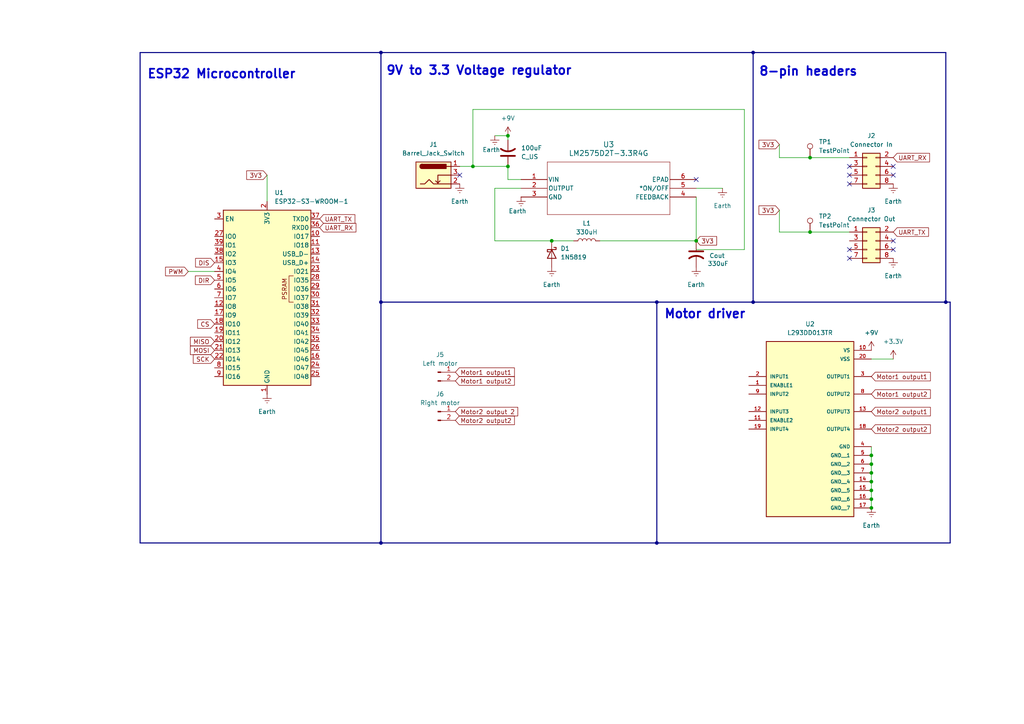
<source format=kicad_sch>
(kicad_sch (version 20250114) (generator "eeschema") (generator_version "9.0")
  (paper "A4")
  (lib_symbols
    (symbol "Connector:Barrel_Jack_Switch" (pin_names (hide yes))
      (property "Reference" "J" (at 0 5.334 0))
      (property "Value" "Barrel_Jack_Switch" (at 0 -5.08 0))
      (symbol "Barrel_Jack_Switch_0_1"
        (rectangle (start -5.08 3.81) (end 5.08 -3.81) (stroke (width 0.254)) (fill (type background)))
        (polyline (pts (xy -3.81 -2.54) (xy -2.54 -2.54) (xy -1.27 -1.27) (xy 0 -2.54) (xy 2.54 -2.54) (xy 5.08 -2.54)) (stroke (width 0.254)))
        (arc (start -3.302 1.905) (mid -3.9343 2.54) (end -3.302 3.175) (stroke (width 0.254)))
        (arc (start -3.302 1.905) (mid -3.9343 2.54) (end -3.302 3.175) (stroke (width 0.254)) (fill (type outline)))
        (polyline (pts (xy 1.27 -2.286) (xy 1.905 -1.651)) (stroke (width 0.254)))
        (rectangle (start 3.683 3.175) (end -3.302 1.905) (stroke (width 0.254)) (fill (type outline)))
        (polyline (pts (xy 5.08 2.54) (xy 3.81 2.54)) (stroke (width 0.254)))
        (polyline (pts (xy 5.08 0) (xy 1.27 0) (xy 1.27 -2.286) (xy 0.635 -1.651)) (stroke (width 0.254)))
      )
      (symbol "Barrel_Jack_Switch_1_1"
        (pin passive line (at 7.62 2.54 180) (length 2.54) (name "~") (number "1"))
        (pin passive line (at 7.62 0 180) (length 2.54) (name "~") (number "3"))
        (pin passive line (at 7.62 -2.54 180) (length 2.54) (name "~") (number "2"))
      )
    )
    (symbol "Connector:Conn_01x02_Pin" (pin_names (offset 1.016) (hide yes))
      (property "Reference" "J" (at 0 2.54 0))
      (property "Value" "Conn_01x02_Pin" (at 0 -5.08 0))
      (symbol "Conn_01x02_Pin_1_1"
        (rectangle (start 0.8636 0.127) (end 0 -0.127) (stroke (width 0.1524)) (fill (type outline)))
        (rectangle (start 0.8636 -2.413) (end 0 -2.667) (stroke (width 0.1524)) (fill (type outline)))
        (polyline (pts (xy 1.27 0) (xy 0.8636 0)) (stroke (width 0.1524)))
        (polyline (pts (xy 1.27 -2.54) (xy 0.8636 -2.54)) (stroke (width 0.1524)))
        (pin passive line (at 5.08 0 180) (length 3.81) (name "Pin_1") (number "1"))
        (pin passive line (at 5.08 -2.54 180) (length 3.81) (name "Pin_2") (number "2"))
      )
    )
    (symbol "Connector:TestPoint" (pin_numbers (hide yes)) (pin_names (offset 0.762) (hide yes))
      (property "Reference" "TP" (at 0 6.858 0))
      (property "Value" "TestPoint" (at 0 5.08 0))
      (symbol "TestPoint_0_1"
        (circle (center 0 3.302) (radius 0.762))
      )
      (symbol "TestPoint_1_1"
        (pin passive line (at 0 0 90) (length 2.54) (name "1") (number "1"))
      )
    )
    (symbol "Connector_Generic:Conn_02x04_Odd_Even" (pin_names (offset 1.016) (hide yes))
      (property "Reference" "J" (at 1.27 5.08 0))
      (property "Value" "Conn_02x04_Odd_Even" (at 1.27 -7.62 0))
      (symbol "Conn_02x04_Odd_Even_1_1"
        (rectangle (start -1.27 3.81) (end 3.81 -6.35) (stroke (width 0.254)) (fill (type background)))
        (rectangle (start -1.27 2.667) (end 0 2.413) (stroke (width 0.1524)))
        (rectangle (start -1.27 0.127) (end 0 -0.127) (stroke (width 0.1524)))
        (rectangle (start -1.27 -2.413) (end 0 -2.667) (stroke (width 0.1524)))
        (rectangle (start -1.27 -4.953) (end 0 -5.207) (stroke (width 0.1524)))
        (rectangle (start 3.81 2.667) (end 2.54 2.413) (stroke (width 0.1524)))
        (rectangle (start 3.81 0.127) (end 2.54 -0.127) (stroke (width 0.1524)))
        (rectangle (start 3.81 -2.413) (end 2.54 -2.667) (stroke (width 0.1524)))
        (rectangle (start 3.81 -4.953) (end 2.54 -5.207) (stroke (width 0.1524)))
        (pin passive line (at -5.08 2.54 0) (length 3.81) (name "Pin_1") (number "1"))
        (pin passive line (at -5.08 0 0) (length 3.81) (name "Pin_3") (number "3"))
        (pin passive line (at -5.08 -2.54 0) (length 3.81) (name "Pin_5") (number "5"))
        (pin passive line (at -5.08 -5.08 0) (length 3.81) (name "Pin_7") (number "7"))
        (pin passive line (at 7.62 2.54 180) (length 3.81) (name "Pin_2") (number "2"))
        (pin passive line (at 7.62 0 180) (length 3.81) (name "Pin_4") (number "4"))
        (pin passive line (at 7.62 -2.54 180) (length 3.81) (name "Pin_6") (number "6"))
        (pin passive line (at 7.62 -5.08 180) (length 3.81) (name "Pin_8") (number "8"))
      )
    )
    (symbol "Device:C_US" (pin_numbers (hide yes)) (pin_names (offset 0.254) (hide yes))
      (property "Reference" "C" (at 0.635 2.54 0))
      (property "Value" "C_US" (at 0.635 -2.54 0))
      (symbol "C_US_0_1"
        (polyline (pts (xy -2.032 0.762) (xy 2.032 0.762)) (stroke (width 0.508)))
        (arc (start -2.032 -1.27) (mid 0 -0.5572) (end 2.032 -1.27) (stroke (width 0.508)))
      )
      (symbol "C_US_1_1"
        (pin passive line (at 0 3.81 270) (length 2.794) (name "~") (number "1"))
        (pin passive line (at 0 -3.81 90) (length 3.302) (name "~") (number "2"))
      )
    )
    (symbol "Device:L" (pin_numbers (hide yes)) (pin_names (offset 1.016) (hide yes))
      (property "Reference" "L" (at -1.27 0 90))
      (property "Value" "L" (at 1.905 0 90))
      (symbol "L_0_1"
        (arc (start 0 2.54) (mid 0.6323 1.905) (end 0 1.27))
        (arc (start 0 1.27) (mid 0.6323 0.635) (end 0 0))
        (arc (start 0 0) (mid 0.6323 -0.635) (end 0 -1.27))
        (arc (start 0 -1.27) (mid 0.6323 -1.905) (end 0 -2.54))
      )
      (symbol "L_1_1"
        (pin passive line (at 0 3.81 270) (length 1.27) (name "1") (number "1"))
        (pin passive line (at 0 -3.81 90) (length 1.27) (name "2") (number "2"))
      )
    )
    (symbol "Diode:1N5819" (pin_numbers (hide yes)) (pin_names (offset 1.016) (hide yes))
      (property "Reference" "D" (at 0 2.54 0))
      (property "Value" "1N5819" (at 0 -2.54 0))
      (symbol "1N5819_0_1"
        (polyline (pts (xy -1.905 0.635) (xy -1.905 1.27) (xy -1.27 1.27) (xy -1.27 -1.27) (xy -0.635 -1.27) (xy -0.635 -0.635)) (stroke (width 0.254)))
        (polyline (pts (xy 1.27 1.27) (xy 1.27 -1.27) (xy -1.27 0) (xy 1.27 1.27)) (stroke (width 0.254)))
        (polyline (pts (xy 1.27 0) (xy -1.27 0)))
      )
      (symbol "1N5819_1_1"
        (pin passive line (at -3.81 0 0) (length 2.54) (name "K") (number "1"))
        (pin passive line (at 3.81 0 180) (length 2.54) (name "A") (number "2"))
      )
    )
    (symbol "EGR314:L293DD013TR" (pin_names (offset 1.016))
      (property "Reference" "U" (at -12.7 16.24 0))
      (property "Value" "L293DD013TR" (at -12.7 -39.56 0))
      (symbol "L293DD013TR_0_0"
        (rectangle (start -12.7 -35.56) (end 12.7 15.24) (stroke (width 0.254)) (fill (type background)))
        (pin input line (at -17.78 5.08 0) (length 5.08) (name "INPUT1") (number "2"))
        (pin input line (at -17.78 2.54 0) (length 5.08) (name "ENABLE1") (number "1"))
        (pin input line (at -17.78 0 0) (length 5.08) (name "INPUT2") (number "9"))
        (pin input line (at -17.78 -5.08 0) (length 5.08) (name "INPUT3") (number "12"))
        (pin input line (at -17.78 -7.62 0) (length 5.08) (name "ENABLE2") (number "11"))
        (pin input line (at -17.78 -10.16 0) (length 5.08) (name "INPUT4") (number "19"))
        (pin power_in line (at 17.78 12.7 180) (length 5.08) (name "VS") (number "10"))
        (pin power_in line (at 17.78 10.16 180) (length 5.08) (name "VSS") (number "20"))
        (pin output line (at 17.78 5.08 180) (length 5.08) (name "OUTPUT1") (number "3"))
        (pin output line (at 17.78 0 180) (length 5.08) (name "OUTPUT2") (number "8"))
        (pin output line (at 17.78 -5.08 180) (length 5.08) (name "OUTPUT3") (number "13"))
        (pin output line (at 17.78 -10.16 180) (length 5.08) (name "OUTPUT4") (number "18"))
        (pin power_in line (at 17.78 -15.24 180) (length 5.08) (name "GND") (number "4"))
        (pin power_in line (at 17.78 -17.78 180) (length 5.08) (name "GND__1") (number "5"))
        (pin power_in line (at 17.78 -20.32 180) (length 5.08) (name "GND__2") (number "6"))
        (pin power_in line (at 17.78 -22.86 180) (length 5.08) (name "GND__3") (number "7"))
        (pin power_in line (at 17.78 -25.4 180) (length 5.08) (name "GND__4") (number "14"))
        (pin power_in line (at 17.78 -27.94 180) (length 5.08) (name "GND__5") (number "15"))
        (pin power_in line (at 17.78 -30.48 180) (length 5.08) (name "GND__6") (number "16"))
        (pin power_in line (at 17.78 -33.02 180) (length 5.08) (name "GND__7") (number "17"))
      )
    )
    (symbol "EGR314:LM2575D2T-3.3R4G" (pin_names (offset 0.254))
      (property "Reference" "U" (at 25.4 10.16 0))
      (property "Value" "LM2575D2T-3.3R4G" (at 25.4 7.62 0))
      (symbol "LM2575D2T-3.3R4G_0_1"
        (polyline (pts (xy 7.62 5.08) (xy 7.62 -10.16)) (stroke (width 0.127)))
        (polyline (pts (xy 7.62 -10.16) (xy 43.18 -10.16)) (stroke (width 0.127)))
        (polyline (pts (xy 43.18 5.08) (xy 7.62 5.08)) (stroke (width 0.127)))
        (polyline (pts (xy 43.18 -10.16) (xy 43.18 5.08)) (stroke (width 0.127)))
        (pin input line (at 0 0 0) (length 7.62) (name "VIN") (number "1"))
        (pin output line (at 0 -2.54 0) (length 7.62) (name "OUTPUT") (number "2"))
        (pin power_in line (at 0 -5.08 0) (length 7.62) (name "GND") (number "3"))
        (pin unspecified line (at 50.8 0 180) (length 7.62) (name "EPAD") (number "6"))
        (pin input line (at 50.8 -2.54 180) (length 7.62) (name "*ON/OFF") (number "5"))
        (pin output line (at 50.8 -5.08 180) (length 7.62) (name "FEEDBACK") (number "4"))
      )
    )
    (symbol "RF_Module:ESP32-S3-WROOM-1"
      (property "Reference" "U" (at -12.7 26.67 0))
      (property "Value" "ESP32-S3-WROOM-1" (at 12.7 26.67 0))
      (symbol "ESP32-S3-WROOM-1_0_0"
        (rectangle (start -12.7 25.4) (end 12.7 -25.4) (stroke (width 0.254)) (fill (type background)))
        (text "PSRAM" (at 5.08 2.54 900) (effects (font (size 1.27 1.27))))
      )
      (symbol "ESP32-S3-WROOM-1_0_1"
        (polyline (pts (xy 7.62 -1.27) (xy 6.35 -1.27) (xy 6.35 6.35) (xy 7.62 6.35)))
      )
      (symbol "ESP32-S3-WROOM-1_1_1"
        (pin input line (at -15.24 22.86 0) (length 2.54) (name "EN") (number "3"))
        (pin bidirectional line (at -15.24 17.78 0) (length 2.54) (name "IO0") (number "27"))
        (pin bidirectional line (at -15.24 15.24 0) (length 2.54) (name "IO1") (number "39"))
        (pin bidirectional line (at -15.24 12.7 0) (length 2.54) (name "IO2") (number "38"))
        (pin bidirectional line (at -15.24 10.16 0) (length 2.54) (name "IO3") (number "15"))
        (pin bidirectional line (at -15.24 7.62 0) (length 2.54) (name "IO4") (number "4"))
        (pin bidirectional line (at -15.24 5.08 0) (length 2.54) (name "IO5") (number "5"))
        (pin bidirectional line (at -15.24 2.54 0) (length 2.54) (name "IO6") (number "6"))
        (pin bidirectional line (at -15.24 0 0) (length 2.54) (name "IO7") (number "7"))
        (pin bidirectional line (at -15.24 -2.54 0) (length 2.54) (name "IO8") (number "12"))
        (pin bidirectional line (at -15.24 -5.08 0) (length 2.54) (name "IO9") (number "17"))
        (pin bidirectional line (at -15.24 -7.62 0) (length 2.54) (name "IO10") (number "18"))
        (pin bidirectional line (at -15.24 -10.16 0) (length 2.54) (name "IO11") (number "19"))
        (pin bidirectional line (at -15.24 -12.7 0) (length 2.54) (name "IO12") (number "20"))
        (pin bidirectional line (at -15.24 -15.24 0) (length 2.54) (name "IO13") (number "21"))
        (pin bidirectional line (at -15.24 -17.78 0) (length 2.54) (name "IO14") (number "22"))
        (pin bidirectional line (at -15.24 -20.32 0) (length 2.54) (name "IO15") (number "8"))
        (pin bidirectional line (at -15.24 -22.86 0) (length 2.54) (name "IO16") (number "9"))
        (pin power_in line (at 0 27.94 270) (length 2.54) (name "3V3") (number "2"))
        (pin power_in line (at 0 -27.94 90) (length 2.54) (name "GND") (number "1"))
        (pin passive line (at 0 -27.94 90) (length 2.54) (hide yes) (name "GND") (number "40"))
        (pin passive line (at 0 -27.94 90) (length 2.54) (hide yes) (name "GND") (number "41"))
        (pin bidirectional line (at 15.24 22.86 180) (length 2.54) (name "TXD0") (number "37"))
        (pin bidirectional line (at 15.24 20.32 180) (length 2.54) (name "RXD0") (number "36"))
        (pin bidirectional line (at 15.24 17.78 180) (length 2.54) (name "IO17") (number "10"))
        (pin bidirectional line (at 15.24 15.24 180) (length 2.54) (name "IO18") (number "11"))
        (pin bidirectional line (at 15.24 12.7 180) (length 2.54) (name "USB_D-") (number "13"))
        (pin bidirectional line (at 15.24 10.16 180) (length 2.54) (name "USB_D+") (number "14"))
        (pin bidirectional line (at 15.24 7.62 180) (length 2.54) (name "IO21") (number "23"))
        (pin bidirectional line (at 15.24 5.08 180) (length 2.54) (name "IO35") (number "28"))
        (pin bidirectional line (at 15.24 2.54 180) (length 2.54) (name "IO36") (number "29"))
        (pin bidirectional line (at 15.24 0 180) (length 2.54) (name "IO37") (number "30"))
        (pin bidirectional line (at 15.24 -2.54 180) (length 2.54) (name "IO38") (number "31"))
        (pin bidirectional line (at 15.24 -5.08 180) (length 2.54) (name "IO39") (number "32"))
        (pin bidirectional line (at 15.24 -7.62 180) (length 2.54) (name "IO40") (number "33"))
        (pin bidirectional line (at 15.24 -10.16 180) (length 2.54) (name "IO41") (number "34"))
        (pin bidirectional line (at 15.24 -12.7 180) (length 2.54) (name "IO42") (number "35"))
        (pin bidirectional line (at 15.24 -15.24 180) (length 2.54) (name "IO45") (number "26"))
        (pin bidirectional line (at 15.24 -17.78 180) (length 2.54) (name "IO46") (number "16"))
        (pin bidirectional line (at 15.24 -20.32 180) (length 2.54) (name "IO47") (number "24"))
        (pin bidirectional line (at 15.24 -22.86 180) (length 2.54) (name "IO48") (number "25"))
      )
    )
    (symbol "power:+3.3V" (power) (pin_numbers (hide yes)) (pin_names (offset 0) (hide yes))
      (property "Value" "+3.3V" (at 0 3.556 0))
      (symbol "+3.3V_0_1"
        (polyline (pts (xy -0.762 1.27) (xy 0 2.54)))
        (polyline (pts (xy 0 2.54) (xy 0.762 1.27)))
        (polyline (pts (xy 0 0) (xy 0 2.54)))
      )
      (symbol "+3.3V_1_1"
        (pin power_in line (at 0 0 90) (length 0) (name "~") (number "1"))
      )
    )
    (symbol "power:+9V" (power) (pin_numbers (hide yes)) (pin_names (offset 0) (hide yes))
      (property "Value" "+9V" (at 0 3.556 0))
      (symbol "+9V_0_1"
        (polyline (pts (xy -0.762 1.27) (xy 0 2.54)))
        (polyline (pts (xy 0 2.54) (xy 0.762 1.27)))
        (polyline (pts (xy 0 0) (xy 0 2.54)))
      )
      (symbol "+9V_1_1"
        (pin power_in line (at 0 0 90) (length 0) (name "~") (number "1"))
      )
    )
    (symbol "power:Earth" (power) (pin_numbers (hide yes)) (pin_names (offset 0) (hide yes))
      (property "Value" "Earth" (at 0 -3.81 0))
      (symbol "Earth_0_1"
        (polyline (pts (xy -0.635 -1.905) (xy 0.635 -1.905)))
        (polyline (pts (xy -0.127 -2.54) (xy 0.127 -2.54)))
        (polyline (pts (xy 0 -1.27) (xy 0 0)))
        (polyline (pts (xy 1.27 -1.27) (xy -1.27 -1.27)))
      )
      (symbol "Earth_1_1"
        (pin power_in line (at 0 0 270) (length 0) (name "~") (number "1"))
      )
    )
  )
  (text "ESP32 Microcontroller" (at 64.262 21.59 0) (effects (font (size 2.54 2.54) (thickness 0.508) (bold yes))))
  (text "Motor driver\n" (at 204.47 91.186 0) (effects (font (size 2.54 2.54) (thickness 0.508) (bold yes))))
  (text "8-pin headers" (at 234.442 20.828 0) (effects (font (size 2.54 2.54) (thickness 0.508) (bold yes))))
  (text "9V to 3.3 Voltage regulator" (at 138.938 20.574 0) (effects (font (size 2.54 2.54) (thickness 0.508) (bold yes))))
  (junction (at 110.49 157.48))
  (junction (at 110.49 15.24))
  (junction (at 252.73 137.16))
  (junction (at 252.73 142.24))
  (junction (at 190.5 157.48))
  (junction (at 252.73 134.62))
  (junction (at 252.73 144.78))
  (junction (at 160.02 69.85))
  (junction (at 147.32 48.26))
  (junction (at 252.73 139.7))
  (junction (at 137.16 48.26))
  (junction (at 201.93 69.85))
  (junction (at 190.5 87.63))
  (junction (at 274.32 87.63))
  (junction (at 252.73 132.08))
  (junction (at 234.95 45.72))
  (junction (at 110.49 87.63))
  (junction (at 252.73 147.32))
  (junction (at 218.44 15.24))
  (junction (at 234.95 67.31))
  (junction (at 147.32 39.37))
  (junction (at 218.44 87.63))
  (no_connect (at 259.08 69.85))
  (no_connect (at 259.08 50.8))
  (no_connect (at 259.08 48.26))
  (no_connect (at 246.38 72.39))
  (no_connect (at 201.93 52.07))
  (no_connect (at 246.38 48.26))
  (no_connect (at 133.35 50.8))
  (no_connect (at 246.38 74.93))
  (no_connect (at 259.08 72.39))
  (no_connect (at 246.38 53.34))
  (no_connect (at 246.38 50.8))
  (bus (pts (xy 218.44 15.24) (xy 218.44 87.63)))
  (bus (pts (xy 190.5 87.63) (xy 190.5 157.48)))
  (wire (pts (xy 160.02 69.85) (xy 166.37 69.85)))
  (wire (pts (xy 201.93 57.15) (xy 201.93 69.85)))
  (bus (pts (xy 218.44 15.24) (xy 274.32 15.24)))
  (wire (pts (xy 234.95 67.31) (xy 226.06 67.31)))
  (bus (pts (xy 110.49 157.48) (xy 40.64 157.48)))
  (bus (pts (xy 40.64 157.48) (xy 40.64 15.24)))
  (bus (pts (xy 274.32 87.63) (xy 275.59 87.63)))
  (wire (pts (xy 147.32 48.26) (xy 147.32 52.07)))
  (wire (pts (xy 77.47 50.8) (xy 77.47 58.42)))
  (wire (pts (xy 226.06 60.96) (xy 226.06 67.31)))
  (wire (pts (xy 252.73 142.24) (xy 252.73 144.78)))
  (bus (pts (xy 274.32 87.63) (xy 218.44 87.63)))
  (wire (pts (xy 201.93 54.61) (xy 209.55 54.61)))
  (wire (pts (xy 173.99 69.85) (xy 201.93 69.85)))
  (bus (pts (xy 190.5 157.48) (xy 110.49 157.48)))
  (wire (pts (xy 201.93 69.85) (xy 201.93 72.39)))
  (wire (pts (xy 137.16 48.26) (xy 147.32 48.26)))
  (wire (pts (xy 137.16 31.75) (xy 215.9 31.75)))
  (wire (pts (xy 215.9 31.75) (xy 215.9 72.39)))
  (wire (pts (xy 215.9 72.39) (xy 201.93 72.39)))
  (wire (pts (xy 137.16 31.75) (xy 137.16 48.26)))
  (wire (pts (xy 143.51 54.61) (xy 143.51 69.85)))
  (wire (pts (xy 252.73 129.54) (xy 252.73 132.08)))
  (wire (pts (xy 143.51 69.85) (xy 160.02 69.85)))
  (wire (pts (xy 143.51 39.37) (xy 147.32 39.37)))
  (wire (pts (xy 246.38 67.31) (xy 234.95 67.31)))
  (wire (pts (xy 252.73 144.78) (xy 252.73 147.32)))
  (wire (pts (xy 54.61 78.74) (xy 62.23 78.74)))
  (wire (pts (xy 252.73 132.08) (xy 252.73 134.62)))
  (wire (pts (xy 133.35 48.26) (xy 137.16 48.26)))
  (wire (pts (xy 147.32 39.37) (xy 147.32 40.64)))
  (bus (pts (xy 110.49 87.63) (xy 110.49 157.48)))
  (bus (pts (xy 40.64 15.24) (xy 110.49 15.24)))
  (bus (pts (xy 275.59 87.63) (xy 275.59 157.48)))
  (bus (pts (xy 218.44 87.63) (xy 190.5 87.63)))
  (wire (pts (xy 252.73 137.16) (xy 252.73 139.7)))
  (wire (pts (xy 234.95 45.72) (xy 246.38 45.72)))
  (wire (pts (xy 226.06 45.72) (xy 234.95 45.72)))
  (bus (pts (xy 274.32 15.24) (xy 274.32 87.63)))
  (bus (pts (xy 275.59 157.48) (xy 190.5 157.48)))
  (wire (pts (xy 151.13 54.61) (xy 143.51 54.61)))
  (wire (pts (xy 147.32 52.07) (xy 151.13 52.07)))
  (bus (pts (xy 110.49 15.24) (xy 218.44 15.24)))
  (bus (pts (xy 190.5 87.63) (xy 110.49 87.63)))
  (wire (pts (xy 252.73 134.62) (xy 252.73 137.16)))
  (bus (pts (xy 110.49 15.24) (xy 110.49 87.63)))
  (wire (pts (xy 252.73 104.14) (xy 259.08 104.14)))
  (wire (pts (xy 252.73 139.7) (xy 252.73 142.24)))
  (wire (pts (xy 226.06 41.91) (xy 226.06 45.72)))
  (global_label "3V3" (shape input) (at 201.93 69.85 0) (property "Intersheetrefs" "${INTERSHEET_REFS}" (effects (hide yes))))
  (global_label "UART_RX" (shape input) (at 92.71 66.04 0) (property "Intersheetrefs" "${INTERSHEET_REFS}" (effects (hide yes))))
  (global_label "UART_TX" (shape input) (at 92.71 63.5 0) (property "Intersheetrefs" "${INTERSHEET_REFS}" (effects (hide yes))))
  (global_label "MISO" (shape input) (at 62.23 99.06 180) (property "Intersheetrefs" "${INTERSHEET_REFS}" (effects (hide yes))))
  (global_label "Motor2 output 2" (shape input) (at 132.08 119.38 0) (property "Intersheetrefs" "${INTERSHEET_REFS}" (effects (hide yes))))
  (global_label "3V3" (shape input) (at 226.06 41.91 180) (property "Intersheetrefs" "${INTERSHEET_REFS}" (effects (hide yes))))
  (global_label "UART_TX" (shape input) (at 259.08 67.31 0) (property "Intersheetrefs" "${INTERSHEET_REFS}" (effects (hide yes))))
  (global_label "Motor1 output2" (shape input) (at 252.73 114.3 0) (property "Intersheetrefs" "${INTERSHEET_REFS}" (effects (hide yes))))
  (global_label "Motor2 output2" (shape input) (at 132.08 121.92 0) (property "Intersheetrefs" "${INTERSHEET_REFS}" (effects (hide yes))))
  (global_label "CS" (shape input) (at 62.23 93.98 180) (property "Intersheetrefs" "${INTERSHEET_REFS}" (effects (hide yes))))
  (global_label "Motor2 output1" (shape input) (at 252.73 119.38 0) (property "Intersheetrefs" "${INTERSHEET_REFS}" (effects (hide yes))))
  (global_label "3V3" (shape input) (at 77.47 50.8 180) (property "Intersheetrefs" "${INTERSHEET_REFS}" (effects (hide yes))))
  (global_label "DIR" (shape input) (at 62.23 81.28 180) (property "Intersheetrefs" "${INTERSHEET_REFS}" (effects (hide yes))))
  (global_label "Motor1 output1" (shape input) (at 132.08 107.95 0) (property "Intersheetrefs" "${INTERSHEET_REFS}" (effects (hide yes))))
  (global_label "Motor1 output2" (shape input) (at 132.08 110.49 0) (property "Intersheetrefs" "${INTERSHEET_REFS}" (effects (hide yes))))
  (global_label "SCK" (shape input) (at 62.23 104.14 180) (property "Intersheetrefs" "${INTERSHEET_REFS}" (effects (hide yes))))
  (global_label "DIS" (shape input) (at 62.23 76.2 180) (property "Intersheetrefs" "${INTERSHEET_REFS}" (effects (hide yes))))
  (global_label "Motor2 output2" (shape input) (at 252.73 124.46 0) (property "Intersheetrefs" "${INTERSHEET_REFS}" (effects (hide yes))))
  (global_label "MOSI" (shape input) (at 62.23 101.6 180) (property "Intersheetrefs" "${INTERSHEET_REFS}" (effects (hide yes))))
  (global_label "PWM" (shape input) (at 54.61 78.74 180) (property "Intersheetrefs" "${INTERSHEET_REFS}" (effects (hide yes))))
  (global_label "3V3" (shape input) (at 226.06 60.96 180) (property "Intersheetrefs" "${INTERSHEET_REFS}" (effects (hide yes))))
  (global_label "UART_RX" (shape input) (at 259.08 45.72 0) (property "Intersheetrefs" "${INTERSHEET_REFS}" (effects (hide yes))))
  (global_label "Motor1 output1" (shape input) (at 252.73 109.22 0) (property "Intersheetrefs" "${INTERSHEET_REFS}" (effects (hide yes))))
  (symbol (lib_id "power:Earth") (at 259.08 53.34 0) (unit 1)
    (property "Reference" "#PWR07" (effects (hide yes)))
    (property "Value" "Earth" (at 259.08 58.42 0))
    (property "Description" "Power symbol creates a global label with name \"Earth\"" (effects (hide yes)))
  )
  (symbol (lib_id "power:Earth") (at 201.93 77.47 0) (unit 1)
    (property "Reference" "#PWR05" (effects (hide yes)))
    (property "Value" "Earth" (at 201.93 82.55 0))
    (property "Description" "Power symbol creates a global label with name \"Earth\"" (effects (hide yes)))
  )
  (symbol (lib_id "Diode:1N5819") (at 160.02 73.66 270) (unit 1)
    (property "Reference" "D1" (at 162.56 72.0724 90) (effects (justify left)))
    (property "Value" "1N5819" (at 162.56 74.6124 90) (effects (justify left)))
    (property "Footprint" "Diode_THT:D_DO-41_SOD81_P10.16mm_Horizontal" (effects (hide yes)))
    (property "Datasheet" "http://www.vishay.com/docs/88525/1n5817.pdf" (effects (hide yes)))
    (property "Description" "40V 1A Schottky Barrier Rectifier Diode, DO-41" (effects (hide yes)))
  )
  (symbol (lib_id "power:+3.3V") (at 259.08 104.14 0) (unit 1)
    (property "Reference" "#PWR013" (effects (hide yes)))
    (property "Value" "+3.3V" (at 259.08 99.06 0))
    (property "Description" "Power symbol creates a global label with name \"+3.3V\"" (effects (hide yes)))
  )
  (symbol (lib_id "power:Earth") (at 252.73 147.32 0) (unit 1)
    (property "Reference" "#PWR011" (effects (hide yes)))
    (property "Value" "Earth" (at 252.73 152.4 0))
    (property "Description" "Power symbol creates a global label with name \"Earth\"" (effects (hide yes)))
  )
  (symbol (lib_id "Connector_Generic:Conn_02x04_Odd_Even") (at 251.46 69.85 0) (unit 1)
    (property "Reference" "J3" (at 252.73 60.96 0))
    (property "Value" "Connector Out" (at 252.73 63.5 0))
    (property "Description" "Generic connector, double row, 02x04, odd/even pin numbering scheme (row 1 odd numbers, row 2 even numbers), script generated (kicad-library-utils/schlib/autogen/connector/)" (effects (hide yes)))
  )
  (symbol (lib_id "power:Earth") (at 77.47 114.3 0) (unit 1)
    (property "Reference" "#PWR08" (effects (hide yes)))
    (property "Value" "Earth" (at 77.47 119.38 0))
    (property "Description" "Power symbol creates a global label with name \"Earth\"" (effects (hide yes)))
  )
  (symbol (lib_id "power:Earth") (at 209.55 54.61 0) (unit 1)
    (property "Reference" "#PWR03" (effects (hide yes)))
    (property "Value" "Earth" (at 209.55 59.69 0))
    (property "Description" "Power symbol creates a global label with name \"Earth\"" (effects (hide yes)))
  )
  (symbol (lib_id "Connector:TestPoint") (at 234.95 45.72 0) (unit 1)
    (property "Reference" "TP1" (at 237.49 41.1479 0) (effects (justify left)))
    (property "Value" "TestPoint" (at 237.49 43.6879 0) (effects (justify left)))
    (property "Description" "test point" (effects (hide yes)))
  )
  (symbol (lib_id "Device:C_US") (at 147.32 44.45 180) (unit 1)
    (property "Reference" "100uF" (at 151.13 42.9259 0) (effects (justify right)))
    (property "Value" "C_US" (at 151.13 45.4659 0) (effects (justify right)))
    (property "Description" "capacitor, US symbol" (effects (hide yes)))
  )
  (symbol (lib_id "power:Earth") (at 151.13 57.15 0) (unit 1)
    (property "Reference" "#PWR02" (effects (hide yes)))
    (property "Value" "Earth" (at 150.114 61.214 0))
    (property "Description" "Power symbol creates a global label with name \"Earth\"" (effects (hide yes)))
  )
  (symbol (lib_id "power:Earth") (at 133.35 53.34 0) (unit 1)
    (property "Reference" "#PWR09" (effects (hide yes)))
    (property "Value" "Earth" (at 133.35 58.42 0))
    (property "Description" "Power symbol creates a global label with name \"Earth\"" (effects (hide yes)))
  )
  (symbol (lib_id "Connector:Barrel_Jack_Switch") (at 125.73 50.8 0) (unit 1)
    (property "Reference" "J1" (at 125.73 41.91 0))
    (property "Value" "Barrel_Jack_Switch" (at 125.73 44.45 0))
    (property "Description" "DC Barrel Jack with an internal switch" (effects (hide yes)))
  )
  (symbol (lib_id "power:+9V") (at 147.32 39.37 0) (unit 1)
    (property "Reference" "#PWR010" (effects (hide yes)))
    (property "Value" "+9V" (at 147.32 34.29 0))
    (property "Description" "Power symbol creates a global label with name \"+9V\"" (effects (hide yes)))
  )
  (symbol (lib_id "Device:L") (at 170.18 69.85 90) (unit 1)
    (property "Reference" "L1" (at 170.18 64.77 90))
    (property "Value" "330uH" (at 170.18 67.31 90))
    (property "Description" "Inductor" (effects (hide yes)))
  )
  (symbol (lib_id "Connector:TestPoint") (at 234.95 67.31 0) (unit 1)
    (property "Reference" "TP2" (at 237.49 62.7379 0) (effects (justify left)))
    (property "Value" "TestPoint" (at 237.49 65.2779 0) (effects (justify left)))
    (property "Description" "test point" (effects (hide yes)))
  )
  (symbol (lib_id "RF_Module:ESP32-S3-WROOM-1") (at 77.47 86.36 0) (unit 1)
    (property "Reference" "U1" (at 79.6133 55.88 0) (effects (justify left)))
    (property "Value" "ESP32-S3-WROOM-1" (at 79.6133 58.42 0) (effects (justify left)))
    (property "Footprint" "RF_Module:ESP32-S3-WROOM-1" (effects (hide yes)))
    (property "Datasheet" "https://www.espressif.com/sites/default/files/documentation/esp32-s3-wroom-1_wroom-1u_datasheet_en.pdf" (effects (hide yes)))
    (property "Description" "RF Module, ESP32-S3 SoC, Wi-Fi 802.11b/g/n, Bluetooth, BLE, 32-bit, 3.3V, onboard antenna, SMD" (effects (hide yes)))
  )
  (symbol (lib_id "EGR314:LM2575D2T-3.3R4G") (at 151.13 52.07 0) (unit 1)
    (property "Reference" "U3" (at 176.53 41.91 0) (effects (font (size 1.524 1.524))))
    (property "Value" "LM2575D2T-3.3R4G" (at 176.53 44.45 0) (effects (font (size 1.524 1.524))))
    (property "Footprint" "D2PAK-5_ONS" (effects (hide yes)))
  )
  (symbol (lib_id "EGR314:L293DD013TR") (at 234.95 114.3 0) (unit 1)
    (property "Reference" "U2" (at 234.95 93.98 0))
    (property "Value" "L293DD013TR" (at 234.95 96.52 0))
  )
  (symbol (lib_id "Device:C_US") (at 201.93 73.66 0) (unit 1)
    (property "Reference" "Cout" (at 205.74 74.168 0) (effects (justify left)))
    (property "Value" "330uF" (at 205.232 76.454 0) (effects (justify left)))
    (property "Description" "capacitor, US symbol" (effects (hide yes)))
  )
  (symbol (lib_id "Connector:Conn_01x02_Pin") (at 127 107.95 0) (unit 1)
    (property "Reference" "J5" (at 127.635 102.87 0))
    (property "Value" "Left motor" (at 127.635 105.41 0))
    (property "Description" "Generic connector, single row, 01x02, script generated" (effects (hide yes)))
  )
  (symbol (lib_id "power:Earth") (at 160.02 77.47 0) (unit 1)
    (property "Reference" "#PWR04" (effects (hide yes)))
    (property "Value" "Earth" (at 160.02 82.55 0))
    (property "Description" "Power symbol creates a global label with name \"Earth\"" (effects (hide yes)))
  )
  (symbol (lib_id "Connector:Conn_01x02_Pin") (at 127 119.38 0) (unit 1)
    (property "Reference" "J6" (at 127.635 114.3 0))
    (property "Value" "Right motor" (at 127.635 116.84 0))
    (property "Description" "Generic connector, single row, 01x02, script generated" (effects (hide yes)))
  )
  (symbol (lib_id "power:Earth") (at 259.08 74.93 0) (unit 1)
    (property "Reference" "#PWR06" (effects (hide yes)))
    (property "Value" "Earth" (at 259.08 80.01 0))
    (property "Description" "Power symbol creates a global label with name \"Earth\"" (effects (hide yes)))
  )
  (symbol (lib_id "power:+9V") (at 252.73 101.6 0) (unit 1)
    (property "Reference" "#PWR012" (effects (hide yes)))
    (property "Value" "+9V" (at 252.73 96.52 0))
    (property "Description" "Power symbol creates a global label with name \"+9V\"" (effects (hide yes)))
  )
  (symbol (lib_id "power:Earth") (at 143.51 39.37 0) (unit 1)
    (property "Reference" "#PWR01" (effects (hide yes)))
    (property "Value" "Earth" (at 142.494 43.434 0))
    (property "Description" "Power symbol creates a global label with name \"Earth\"" (effects (hide yes)))
  )
  (symbol (lib_id "Connector_Generic:Conn_02x04_Odd_Even") (at 251.46 48.26 0) (unit 1)
    (property "Reference" "J2" (at 252.73 39.37 0))
    (property "Value" "Connector In" (at 252.73 41.91 0))
    (property "Description" "Generic connector, double row, 02x04, odd/even pin numbering scheme (row 1 odd numbers, row 2 even numbers), script generated (kicad-library-utils/schlib/autogen/connector/)" (effects (hide yes)))
  )
)
</source>
